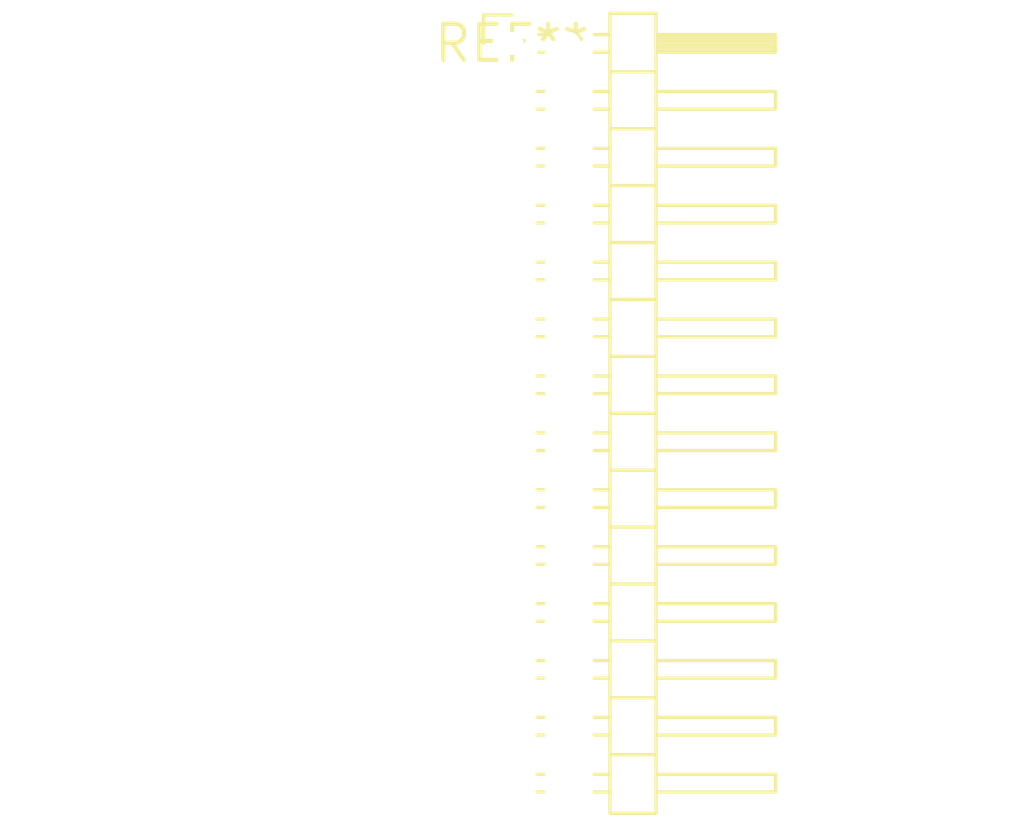
<source format=kicad_pcb>
(kicad_pcb (version 20240108) (generator pcbnew)
  (layers (0 "F.Cu" signal) (31 "B.Cu" signal) (34 "B.Paste" user) (35 "F.Paste" user) (36 "B.SilkS" user "B.Silkscreen") (37 "F.SilkS" user "F.Silkscreen") (38 "B.Mask" user) (39 "F.Mask" user) (44 "Edge.Cuts" user))
  (net 0 "")
  (footprint "PinHeader_2x14_P2.00mm_Horizontal" (layer "F.Cu") (at 0 0)
    (property "Reference" "REF**")
    (property "Value" "PinHeader_2x14_P2.00mm_Horizontal")
    (fp_line (start -1 -1) (end 0 -1) (layer "F.SilkS") (stroke (width 0.12)))
    (fp_line (start -1 0) (end -1 -1) (layer "F.SilkS") (stroke (width 0.12)))
    (fp_line (start 0.882114 1.69) (end 1.117886 1.69) (layer "F.SilkS") (stroke (width 0.12)))
    (fp_line (start 0.882114 2.31) (end 1.117886 2.31) (layer "F.SilkS") (stroke (width 0.12)))
    (fp_line (start 0.882114 3.69) (end 1.117886 3.69) (layer "F.SilkS") (stroke (width 0.12)))
    (fp_line (start 0.882114 4.31) (end 1.117886 4.31) (layer "F.SilkS") (stroke (width 0.12)))
    (fp_line (start 0.882114 5.69) (end 1.117886 5.69) (layer "F.SilkS") (stroke (width 0.12)))
    (fp_line (start 0.882114 6.31) (end 1.117886 6.31) (layer "F.SilkS") (stroke (width 0.12)))
    (fp_line (start 0.882114 7.69) (end 1.117886 7.69) (layer "F.SilkS") (stroke (width 0.12)))
    (fp_line (start 0.882114 8.31) (end 1.117886 8.31) (layer "F.SilkS") (stroke (width 0.12)))
    (fp_line (start 0.882114 9.69) (end 1.117886 9.69) (layer "F.SilkS") (stroke (width 0.12)))
    (fp_line (start 0.882114 10.31) (end 1.117886 10.31) (layer "F.SilkS") (stroke (width 0.12)))
    (fp_line (start 0.882114 11.69) (end 1.117886 11.69) (layer "F.SilkS") (stroke (width 0.12)))
    (fp_line (start 0.882114 12.31) (end 1.117886 12.31) (layer "F.SilkS") (stroke (width 0.12)))
    (fp_line (start 0.882114 13.69) (end 1.117886 13.69) (layer "F.SilkS") (stroke (width 0.12)))
    (fp_line (start 0.882114 14.31) (end 1.117886 14.31) (layer "F.SilkS") (stroke (width 0.12)))
    (fp_line (start 0.882114 15.69) (end 1.117886 15.69) (layer "F.SilkS") (stroke (width 0.12)))
    (fp_line (start 0.882114 16.31) (end 1.117886 16.31) (layer "F.SilkS") (stroke (width 0.12)))
    (fp_line (start 0.882114 17.69) (end 1.117886 17.69) (layer "F.SilkS") (stroke (width 0.12)))
    (fp_line (start 0.882114 18.31) (end 1.117886 18.31) (layer "F.SilkS") (stroke (width 0.12)))
    (fp_line (start 0.882114 19.69) (end 1.117886 19.69) (layer "F.SilkS") (stroke (width 0.12)))
    (fp_line (start 0.882114 20.31) (end 1.117886 20.31) (layer "F.SilkS") (stroke (width 0.12)))
    (fp_line (start 0.882114 21.69) (end 1.117886 21.69) (layer "F.SilkS") (stroke (width 0.12)))
    (fp_line (start 0.882114 22.31) (end 1.117886 22.31) (layer "F.SilkS") (stroke (width 0.12)))
    (fp_line (start 0.882114 23.69) (end 1.117886 23.69) (layer "F.SilkS") (stroke (width 0.12)))
    (fp_line (start 0.882114 24.31) (end 1.117886 24.31) (layer "F.SilkS") (stroke (width 0.12)))
    (fp_line (start 0.882114 25.69) (end 1.117886 25.69) (layer "F.SilkS") (stroke (width 0.12)))
    (fp_line (start 0.882114 26.31) (end 1.117886 26.31) (layer "F.SilkS") (stroke (width 0.12)))
    (fp_line (start 0.935 -0.31) (end 1.117886 -0.31) (layer "F.SilkS") (stroke (width 0.12)))
    (fp_line (start 0.935 0.31) (end 1.117886 0.31) (layer "F.SilkS") (stroke (width 0.12)))
    (fp_line (start 2.882114 -0.31) (end 3.44 -0.31) (layer "F.SilkS") (stroke (width 0.12)))
    (fp_line (start 2.882114 0.31) (end 3.44 0.31) (layer "F.SilkS") (stroke (width 0.12)))
    (fp_line (start 2.882114 1.69) (end 3.44 1.69) (layer "F.SilkS") (stroke (width 0.12)))
    (fp_line (start 2.882114 2.31) (end 3.44 2.31) (layer "F.SilkS") (stroke (width 0.12)))
    (fp_line (start 2.882114 3.69) (end 3.44 3.69) (layer "F.SilkS") (stroke (width 0.12)))
    (fp_line (start 2.882114 4.31) (end 3.44 4.31) (layer "F.SilkS") (stroke (width 0.12)))
    (fp_line (start 2.882114 5.69) (end 3.44 5.69) (layer "F.SilkS") (stroke (width 0.12)))
    (fp_line (start 2.882114 6.31) (end 3.44 6.31) (layer "F.SilkS") (stroke (width 0.12)))
    (fp_line (start 2.882114 7.69) (end 3.44 7.69) (layer "F.SilkS") (stroke (width 0.12)))
    (fp_line (start 2.882114 8.31) (end 3.44 8.31) (layer "F.SilkS") (stroke (width 0.12)))
    (fp_line (start 2.882114 9.69) (end 3.44 9.69) (layer "F.SilkS") (stroke (width 0.12)))
    (fp_line (start 2.882114 10.31) (end 3.44 10.31) (layer "F.SilkS") (stroke (width 0.12)))
    (fp_line (start 2.882114 11.69) (end 3.44 11.69) (layer "F.SilkS") (stroke (width 0.12)))
    (fp_line (start 2.882114 12.31) (end 3.44 12.31) (layer "F.SilkS") (stroke (width 0.12)))
    (fp_line (start 2.882114 13.69) (end 3.44 13.69) (layer "F.SilkS") (stroke (width 0.12)))
    (fp_line (start 2.882114 14.31) (end 3.44 14.31) (layer "F.SilkS") (stroke (width 0.12)))
    (fp_line (start 2.882114 15.69) (end 3.44 15.69) (layer "F.SilkS") (stroke (width 0.12)))
    (fp_line (start 2.882114 16.31) (end 3.44 16.31) (layer "F.SilkS") (stroke (width 0.12)))
    (fp_line (start 2.882114 17.69) (end 3.44 17.69) (layer "F.SilkS") (stroke (width 0.12)))
    (fp_line (start 2.882114 18.31) (end 3.44 18.31) (layer "F.SilkS") (stroke (width 0.12)))
    (fp_line (start 2.882114 19.69) (end 3.44 19.69) (layer "F.SilkS") (stroke (width 0.12)))
    (fp_line (start 2.882114 20.31) (end 3.44 20.31) (layer "F.SilkS") (stroke (width 0.12)))
    (fp_line (start 2.882114 21.69) (end 3.44 21.69) (layer "F.SilkS") (stroke (width 0.12)))
    (fp_line (start 2.882114 22.31) (end 3.44 22.31) (layer "F.SilkS") (stroke (width 0.12)))
    (fp_line (start 2.882114 23.69) (end 3.44 23.69) (layer "F.SilkS") (stroke (width 0.12)))
    (fp_line (start 2.882114 24.31) (end 3.44 24.31) (layer "F.SilkS") (stroke (width 0.12)))
    (fp_line (start 2.882114 25.69) (end 3.44 25.69) (layer "F.SilkS") (stroke (width 0.12)))
    (fp_line (start 2.882114 26.31) (end 3.44 26.31) (layer "F.SilkS") (stroke (width 0.12)))
    (fp_line (start 3.44 -1.06) (end 3.44 27.06) (layer "F.SilkS") (stroke (width 0.12)))
    (fp_line (start 3.44 1) (end 5.06 1) (layer "F.SilkS") (stroke (width 0.12)))
    (fp_line (start 3.44 3) (end 5.06 3) (layer "F.SilkS") (stroke (width 0.12)))
    (fp_line (start 3.44 5) (end 5.06 5) (layer "F.SilkS") (stroke (width 0.12)))
    (fp_line (start 3.44 7) (end 5.06 7) (layer "F.SilkS") (stroke (width 0.12)))
    (fp_line (start 3.44 9) (end 5.06 9) (layer "F.SilkS") (stroke (width 0.12)))
    (fp_line (start 3.44 11) (end 5.06 11) (layer "F.SilkS") (stroke (width 0.12)))
    (fp_line (start 3.44 13) (end 5.06 13) (layer "F.SilkS") (stroke (width 0.12)))
    (fp_line (start 3.44 15) (end 5.06 15) (layer "F.SilkS") (stroke (width 0.12)))
    (fp_line (start 3.44 17) (end 5.06 17) (layer "F.SilkS") (stroke (width 0.12)))
    (fp_line (start 3.44 19) (end 5.06 19) (layer "F.SilkS") (stroke (width 0.12)))
    (fp_line (start 3.44 21) (end 5.06 21) (layer "F.SilkS") (stroke (width 0.12)))
    (fp_line (start 3.44 23) (end 5.06 23) (layer "F.SilkS") (stroke (width 0.12)))
    (fp_line (start 3.44 25) (end 5.06 25) (layer "F.SilkS") (stroke (width 0.12)))
    (fp_line (start 3.44 27.06) (end 5.06 27.06) (layer "F.SilkS") (stroke (width 0.12)))
    (fp_line (start 5.06 -1.06) (end 3.44 -1.06) (layer "F.SilkS") (stroke (width 0.12)))
    (fp_line (start 5.06 -0.31) (end 9.26 -0.31) (layer "F.SilkS") (stroke (width 0.12)))
    (fp_line (start 5.06 -0.25) (end 9.26 -0.25) (layer "F.SilkS") (stroke (width 0.12)))
    (fp_line (start 5.06 -0.13) (end 9.26 -0.13) (layer "F.SilkS") (stroke (width 0.12)))
    (fp_line (start 5.06 -0.01) (end 9.26 -0.01) (layer "F.SilkS") (stroke (width 0.12)))
    (fp_line (start 5.06 0.11) (end 9.26 0.11) (layer "F.SilkS") (stroke (width 0.12)))
    (fp_line (start 5.06 0.23) (end 9.26 0.23) (layer "F.SilkS") (stroke (width 0.12)))
    (fp_line (start 5.06 1.69) (end 9.26 1.69) (layer "F.SilkS") (stroke (width 0.12)))
    (fp_line (start 5.06 3.69) (end 9.26 3.69) (layer "F.SilkS") (stroke (width 0.12)))
    (fp_line (start 5.06 5.69) (end 9.26 5.69) (layer "F.SilkS") (stroke (width 0.12)))
    (fp_line (start 5.06 7.69) (end 9.26 7.69) (layer "F.SilkS") (stroke (width 0.12)))
    (fp_line (start 5.06 9.69) (end 9.26 9.69) (layer "F.SilkS") (stroke (width 0.12)))
    (fp_line (start 5.06 11.69) (end 9.26 11.69) (layer "F.SilkS") (stroke (width 0.12)))
    (fp_line (start 5.06 13.69) (end 9.26 13.69) (layer "F.SilkS") (stroke (width 0.12)))
    (fp_line (start 5.06 15.69) (end 9.26 15.69) (layer "F.SilkS") (stroke (width 0.12)))
    (fp_line (start 5.06 17.69) (end 9.26 17.69) (layer "F.SilkS") (stroke (width 0.12)))
    (fp_line (start 5.06 19.69) (end 9.26 19.69) (layer "F.SilkS") (stroke (width 0.12)))
    (fp_line (start 5.06 21.69) (end 9.26 21.69) (layer "F.SilkS") (stroke (width 0.12)))
    (fp_line (start 5.06 23.69) (end 9.26 23.69) (layer "F.SilkS") (stroke (width 0.12)))
    (fp_line (start 5.06 25.69) (end 9.26 25.69) (layer "F.SilkS") (stroke (width 0.12)))
    (fp_line (start 5.06 27.06) (end 5.06 -1.06) (layer "F.SilkS") (stroke (width 0.12)))
    (fp_line (start 9.26 -0.31) (end 9.26 0.31) (layer "F.SilkS") (stroke (width 0.12)))
    (fp_line (start 9.26 0.31) (end 5.06 0.31) (layer "F.SilkS") (stroke (width 0.12)))
    (fp_line (start 9.26 1.69) (end 9.26 2.31) (layer "F.SilkS") (stroke (width 0.12)))
    (fp_line (start 9.26 2.31) (end 5.06 2.31) (layer "F.SilkS") (stroke (width 0.12)))
    (fp_line (start 9.26 3.69) (end 9.26 4.31) (layer "F.SilkS") (stroke (width 0.12)))
    (fp_line (start 9.26 4.31) (end 5.06 4.31) (layer "F.SilkS") (stroke (width 0.12)))
    (fp_line (start 9.26 5.69) (end 9.26 6.31) (layer "F.SilkS") (stroke (width 0.12)))
    (fp_line (start 9.26 6.31) (end 5.06 6.31) (layer "F.SilkS") (stroke (width 0.12)))
    (fp_line (start 9.26 7.69) (end 9.26 8.31) (layer "F.SilkS") (stroke (width 0.12)))
    (fp_line (start 9.26 8.31) (end 5.06 8.31) (layer "F.SilkS") (stroke (width 0.12)))
    (fp_line (start 9.26 9.69) (end 9.26 10.31) (layer "F.SilkS") (stroke (width 0.12)))
    (fp_line (start 9.26 10.31) (end 5.06 10.31) (layer "F.SilkS") (stroke (width 0.12)))
    (fp_line (start 9.26 11.69) (end 9.26 12.31) (layer "F.SilkS") (stroke (width 0.12)))
    (fp_line (start 9.26 12.31) (end 5.06 12.31) (layer "F.SilkS") (stroke (width 0.12)))
    (fp_line (start 9.26 13.69) (end 9.26 14.31) (layer "F.SilkS") (stroke (width 0.12)))
    (fp_line (start 9.26 14.31) (end 5.06 14.31) (layer "F.SilkS") (stroke (width 0.12)))
    (fp_line (start 9.26 15.69) (end 9.26 16.31) (layer "F.SilkS") (stroke (width 0.12)))
    (fp_line (start 9.26 16.31) (end 5.06 16.31) (layer "F.SilkS") (stroke (width 0.12)))
    (fp_line (start 9.26 17.69) (end 9.26 18.31) (layer "F.SilkS") (stroke (width 0.12)))
    (fp_line (start 9.26 18.31) (end 5.06 18.31) (layer "F.SilkS") (stroke (width 0.12)))
    (fp_line (start 9.26 19.69) (end 9.26 20.31) (layer "F.SilkS") (stroke (width 0.12)))
    (fp_line (start 9.26 20.31) (end 5.06 20.31) (layer "F.SilkS") (stroke (width 0.12)))
    (fp_line (start 9.26 21.69) (end 9.26 22.31) (layer "F.SilkS") (stroke (width 0.12)))
    (fp_line (start 9.26 22.31) (end 5.06 22.31) (layer "F.SilkS") (stroke (width 0.12)))
    (fp_line (start 9.26 23.69) (end 9.26 24.31) (layer "F.SilkS") (stroke (width 0.12)))
    (fp_line (start 9.26 24.31) (end 5.06 24.31) (layer "F.SilkS") (stroke (width 0.12)))
    (fp_line (start 9.26 25.69) (end 9.26 26.31) (layer "F.SilkS") (stroke (width 0.12)))
    (fp_line (start 9.26 26.31) (end 5.06 26.31) (layer "F.SilkS") (stroke (width 0.12)))
    (pad "1" thru_hole rect (at 0 0) (size 1.35 1.35) (drill 0.8) (layers *.Cu *.Mask) (remove_unused_layers))
    (pad "2" thru_hole oval (at 2 0) (size 1.35 1.35) (drill 0.8) (layers *.Cu *.Mask) (remove_unused_layers))
    (pad "3" thru_hole oval (at 0 2) (size 1.35 1.35) (drill 0.8) (layers *.Cu *.Mask) (remove_unused_layers))
    (pad "4" thru_hole oval (at 2 2) (size 1.35 1.35) (drill 0.8) (layers *.Cu *.Mask) (remove_unused_layers))
    (pad "5" thru_hole oval (at 0 4) (size 1.35 1.35) (drill 0.8) (layers *.Cu *.Mask) (remove_unused_layers))
    (pad "6" thru_hole oval (at 2 4) (size 1.35 1.35) (drill 0.8) (layers *.Cu *.Mask) (remove_unused_layers))
    (pad "7" thru_hole oval (at 0 6) (size 1.35 1.35) (drill 0.8) (layers *.Cu *.Mask) (remove_unused_layers))
    (pad "8" thru_hole oval (at 2 6) (size 1.35 1.35) (drill 0.8) (layers *.Cu *.Mask) (remove_unused_layers))
    (pad "9" thru_hole oval (at 0 8) (size 1.35 1.35) (drill 0.8) (layers *.Cu *.Mask) (remove_unused_layers))
    (pad "10" thru_hole oval (at 2 8) (size 1.35 1.35) (drill 0.8) (layers *.Cu *.Mask) (remove_unused_layers))
    (pad "11" thru_hole oval (at 0 10) (size 1.35 1.35) (drill 0.8) (layers *.Cu *.Mask) (remove_unused_layers))
    (pad "12" thru_hole oval (at 2 10) (size 1.35 1.35) (drill 0.8) (layers *.Cu *.Mask) (remove_unused_layers))
    (pad "13" thru_hole oval (at 0 12) (size 1.35 1.35) (drill 0.8) (layers *.Cu *.Mask) (remove_unused_layers))
    (pad "14" thru_hole oval (at 2 12) (size 1.35 1.35) (drill 0.8) (layers *.Cu *.Mask) (remove_unused_layers))
    (pad "15" thru_hole oval (at 0 14) (size 1.35 1.35) (drill 0.8) (layers *.Cu *.Mask) (remove_unused_layers))
    (pad "16" thru_hole oval (at 2 14) (size 1.35 1.35) (drill 0.8) (layers *.Cu *.Mask) (remove_unused_layers))
    (pad "17" thru_hole oval (at 0 16) (size 1.35 1.35) (drill 0.8) (layers *.Cu *.Mask) (remove_unused_layers))
    (pad "18" thru_hole oval (at 2 16) (size 1.35 1.35) (drill 0.8) (layers *.Cu *.Mask) (remove_unused_layers))
    (pad "19" thru_hole oval (at 0 18) (size 1.35 1.35) (drill 0.8) (layers *.Cu *.Mask) (remove_unused_layers))
    (pad "20" thru_hole oval (at 2 18) (size 1.35 1.35) (drill 0.8) (layers *.Cu *.Mask) (remove_unused_layers))
    (pad "21" thru_hole oval (at 0 20) (size 1.35 1.35) (drill 0.8) (layers *.Cu *.Mask) (remove_unused_layers))
    (pad "22" thru_hole oval (at 2 20) (size 1.35 1.35) (drill 0.8) (layers *.Cu *.Mask) (remove_unused_layers))
    (pad "23" thru_hole oval (at 0 22) (size 1.35 1.35) (drill 0.8) (layers *.Cu *.Mask) (remove_unused_layers))
    (pad "24" thru_hole oval (at 2 22) (size 1.35 1.35) (drill 0.8) (layers *.Cu *.Mask) (remove_unused_layers))
    (pad "25" thru_hole oval (at 0 24) (size 1.35 1.35) (drill 0.8) (layers *.Cu *.Mask) (remove_unused_layers))
    (pad "26" thru_hole oval (at 2 24) (size 1.35 1.35) (drill 0.8) (layers *.Cu *.Mask) (remove_unused_layers))
    (pad "27" thru_hole oval (at 0 26) (size 1.35 1.35) (drill 0.8) (layers *.Cu *.Mask) (remove_unused_layers))
    (pad "28" thru_hole oval (at 2 26) (size 1.35 1.35) (drill 0.8) (layers *.Cu *.Mask) (remove_unused_layers))
  )
)
</source>
